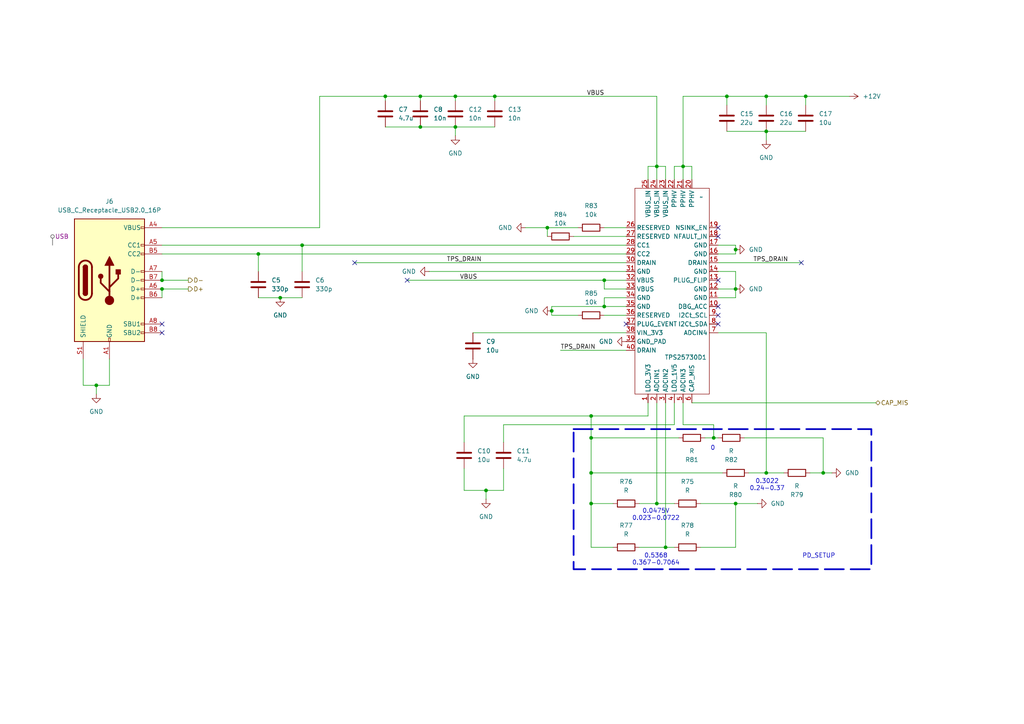
<source format=kicad_sch>
(kicad_sch (version 20250114) (generator "eeschema") (generator_version "9.0")
  (paper "A4")
  (title_block (title "6 digit nixie clock") (date "2025-04-11") (rev "0.1") (company "Tomas Kouba"))
  (lib_symbols
    (symbol "Connector:USB_C_Receptacle_USB2.0_16P" (pin_names (offset 1.016))
      (property "Reference" "J" (at 0 22.225 0))
      (property "Value" "USB_C_Receptacle_USB2.0_16P" (at 0 19.685 0))
      (symbol "USB_C_Receptacle_USB2.0_16P_0_0"
        (rectangle (start -0.254 -17.78) (end 0.254 -16.764))
        (rectangle (start 10.16 15.494) (end 9.144 14.986))
        (rectangle (start 10.16 10.414) (end 9.144 9.906))
        (rectangle (start 10.16 7.874) (end 9.144 7.366))
        (rectangle (start 10.16 2.794) (end 9.144 2.286))
        (rectangle (start 10.16 0.254) (end 9.144 -0.254))
        (rectangle (start 10.16 -2.286) (end 9.144 -2.794))
        (rectangle (start 10.16 -4.826) (end 9.144 -5.334))
        (rectangle (start 10.16 -12.446) (end 9.144 -12.954))
        (rectangle (start 10.16 -14.986) (end 9.144 -15.494))
      )
      (symbol "USB_C_Receptacle_USB2.0_16P_0_1"
        (rectangle (start -10.16 17.78) (end 10.16 -17.78) (stroke (width 0.254)) (fill (type background)))
        (polyline (pts (xy -8.89 -3.81) (xy -8.89 3.81)) (stroke (width 0.508)))
        (rectangle (start -7.62 -3.81) (end -6.35 3.81) (stroke (width 0.254)) (fill (type outline)))
        (arc (start -7.62 3.81) (mid -6.985 4.4423) (end -6.35 3.81) (stroke (width 0.254)))
        (arc (start -7.62 3.81) (mid -6.985 4.4423) (end -6.35 3.81) (stroke (width 0.254)) (fill (type outline)))
        (arc (start -8.89 3.81) (mid -6.985 5.7067) (end -5.08 3.81) (stroke (width 0.508)))
        (arc (start -5.08 -3.81) (mid -6.985 -5.7067) (end -8.89 -3.81) (stroke (width 0.508)))
        (arc (start -6.35 -3.81) (mid -6.985 -4.4423) (end -7.62 -3.81) (stroke (width 0.254)))
        (arc (start -6.35 -3.81) (mid -6.985 -4.4423) (end -7.62 -3.81) (stroke (width 0.254)) (fill (type outline)))
        (polyline (pts (xy -5.08 3.81) (xy -5.08 -3.81)) (stroke (width 0.508)))
        (circle (center -2.54 1.143) (radius 0.635) (stroke (width 0.254)) (fill (type outline)))
        (polyline (pts (xy -1.27 4.318) (xy 0 6.858) (xy 1.27 4.318) (xy -1.27 4.318)) (stroke (width 0.254)) (fill (type outline)))
        (polyline (pts (xy 0 -2.032) (xy 2.54 0.508) (xy 2.54 1.778)) (stroke (width 0.508)))
        (polyline (pts (xy 0 -3.302) (xy -2.54 -0.762) (xy -2.54 0.508)) (stroke (width 0.508)))
        (polyline (pts (xy 0 -5.842) (xy 0 4.318)) (stroke (width 0.508)))
        (circle (center 0 -5.842) (radius 1.27) (fill (type outline)))
        (rectangle (start 1.905 1.778) (end 3.175 3.048) (stroke (width 0.254)) (fill (type outline)))
      )
      (symbol "USB_C_Receptacle_USB2.0_16P_1_1"
        (pin passive line (at -7.62 -22.86 90) (length 5.08) (name "SHIELD") (number "S1"))
        (pin passive line (at 0 -22.86 90) (length 5.08) (name "GND") (number "A1"))
        (pin passive line (at 0 -22.86 90) (length 5.08) (hide yes) (name "GND") (number "A12"))
        (pin passive line (at 0 -22.86 90) (length 5.08) (hide yes) (name "GND") (number "B1"))
        (pin passive line (at 0 -22.86 90) (length 5.08) (hide yes) (name "GND") (number "B12"))
        (pin passive line (at 15.24 15.24 180) (length 5.08) (name "VBUS") (number "A4"))
        (pin passive line (at 15.24 15.24 180) (length 5.08) (hide yes) (name "VBUS") (number "A9"))
        (pin passive line (at 15.24 15.24 180) (length 5.08) (hide yes) (name "VBUS") (number "B4"))
        (pin passive line (at 15.24 15.24 180) (length 5.08) (hide yes) (name "VBUS") (number "B9"))
        (pin bidirectional line (at 15.24 10.16 180) (length 5.08) (name "CC1") (number "A5"))
        (pin bidirectional line (at 15.24 7.62 180) (length 5.08) (name "CC2") (number "B5"))
        (pin bidirectional line (at 15.24 2.54 180) (length 5.08) (name "D-") (number "A7"))
        (pin bidirectional line (at 15.24 0 180) (length 5.08) (name "D-") (number "B7"))
        (pin bidirectional line (at 15.24 -2.54 180) (length 5.08) (name "D+") (number "A6"))
        (pin bidirectional line (at 15.24 -5.08 180) (length 5.08) (name "D+") (number "B6"))
        (pin bidirectional line (at 15.24 -12.7 180) (length 5.08) (name "SBU1") (number "A8"))
        (pin bidirectional line (at 15.24 -15.24 180) (length 5.08) (name "SBU2") (number "B8"))
      )
    )
    (symbol "Device:C" (pin_numbers (hide yes)) (pin_names (offset 0.254))
      (property "Reference" "C" (at 0.635 2.54 0))
      (property "Value" "C" (at 0.635 -2.54 0))
      (symbol "C_0_1"
        (polyline (pts (xy -2.032 0.762) (xy 2.032 0.762)) (stroke (width 0.508)))
        (polyline (pts (xy -2.032 -0.762) (xy 2.032 -0.762)) (stroke (width 0.508)))
      )
      (symbol "C_1_1"
        (pin passive line (at 0 3.81 270) (length 2.794) (name "~") (number "1"))
        (pin passive line (at 0 -3.81 90) (length 2.794) (name "~") (number "2"))
      )
    )
    (symbol "Device:R" (pin_numbers (hide yes)) (pin_names (offset 0))
      (property "Reference" "R" (at 2.032 0 90))
      (property "Value" "R" (at 0 0 90))
      (symbol "R_0_1"
        (rectangle (start -1.016 -2.54) (end 1.016 2.54) (stroke (width 0.254)))
      )
      (symbol "R_1_1"
        (pin passive line (at 0 3.81 270) (length 1.27) (name "~") (number "1"))
        (pin passive line (at 0 -3.81 90) (length 1.27) (name "~") (number "2"))
      )
    )
    (symbol "power:+12V" (power) (pin_numbers (hide yes)) (pin_names (offset 0) (hide yes))
      (property "Value" "+12V" (at 0 3.556 0))
      (symbol "+12V_0_1"
        (polyline (pts (xy -0.762 1.27) (xy 0 2.54)))
        (polyline (pts (xy 0 2.54) (xy 0.762 1.27)))
        (polyline (pts (xy 0 0) (xy 0 2.54)))
      )
      (symbol "+12V_1_1"
        (pin power_in line (at 0 0 90) (length 0) (name "~") (number "1"))
      )
    )
    (symbol "power:GND" (power) (pin_numbers (hide yes)) (pin_names (offset 0) (hide yes))
      (property "Value" "GND" (at 0 -3.81 0))
      (symbol "GND_0_1"
        (polyline (pts (xy 0 0) (xy 0 -1.27) (xy 1.27 -1.27) (xy 0 -2.54) (xy -1.27 -1.27) (xy 0 -1.27)))
      )
      (symbol "GND_1_1"
        (pin power_in line (at 0 0 270) (length 0) (name "~") (number "1"))
      )
    )
    (symbol "tomas_lib:TPS25730D"
      (property "Reference" "TPS25730D1" (at -5.334 10.414 0))
      (property "Value" "~" (at 8.5441 26.67 0))
      (symbol "TPS25730D_0_1"
        (rectangle (start -10.16 29.21) (end 11.43 -30.48))
      )
      (symbol "TPS25730D_1_1"
        (pin output line (at -12.7 17.78 0) (length 2.54) (name "RESERVED") (number "26"))
        (pin output line (at -12.7 15.24 0) (length 2.54) (name "RESERVED") (number "27"))
        (pin input line (at -12.7 12.7 0) (length 2.54) (name "CC1") (number "28"))
        (pin input line (at -12.7 10.16 0) (length 2.54) (name "CC2") (number "29"))
        (pin input line (at -12.7 7.62 0) (length 2.54) (name "DRAIN") (number "30"))
        (pin input line (at -12.7 5.08 0) (length 2.54) (name "GND") (number "31"))
        (pin input line (at -12.7 2.54 0) (length 2.54) (name "VBUS") (number "32"))
        (pin input line (at -12.7 0 0) (length 2.54) (name "VBUS") (number "33"))
        (pin input line (at -12.7 -2.54 0) (length 2.54) (name "GND") (number "34"))
        (pin input line (at -12.7 -5.08 0) (length 2.54) (name "GND") (number "35"))
        (pin input line (at -12.7 -7.62 0) (length 2.54) (name "RESERVED") (number "36"))
        (pin input line (at -12.7 -10.16 0) (length 2.54) (name "PLUG_EVENT") (number "37"))
        (pin input line (at -12.7 -12.7 0) (length 2.54) (name "VIN_3V3") (number "38"))
        (pin input line (at -12.7 -15.24 0) (length 2.54) (name "GND_PAD") (number "39"))
        (pin input line (at -12.7 -17.78 0) (length 2.54) (name "DRAIN") (number "40"))
        (pin input line (at -6.35 31.75 270) (length 2.54) (name "VBUS_IN") (number "25"))
        (pin input line (at -6.35 -33.02 90) (length 2.54) (name "LDO_3V3") (number "1"))
        (pin input line (at -3.81 31.75 270) (length 2.54) (name "VBUS_IN") (number "24"))
        (pin input line (at -3.81 -33.02 90) (length 2.54) (name "ADCIN1") (number "2"))
        (pin input line (at -1.27 31.75 270) (length 2.54) (name "VBUS_IN") (number "23"))
        (pin input line (at -1.27 -33.02 90) (length 2.54) (name "ADCIN2") (number "3"))
        (pin input line (at 1.27 31.75 270) (length 2.54) (name "PPHV") (number "22"))
        (pin input line (at 1.27 -33.02 90) (length 2.54) (name "LDO_1V5") (number "4"))
        (pin input line (at 3.81 31.75 270) (length 2.54) (name "PPHV") (number "21"))
        (pin input line (at 3.81 -33.02 90) (length 2.54) (name "ADCIN3") (number "5"))
        (pin input line (at 6.35 31.75 270) (length 2.54) (name "PPHV") (number "20"))
        (pin input line (at 6.35 -33.02 90) (length 2.54) (name "CAP_MIS") (number "6"))
        (pin input line (at 13.97 17.78 180) (length 2.54) (name "NSINK_EN") (number "19"))
        (pin input line (at 13.97 15.24 180) (length 2.54) (name "NFAULT_IN") (number "18"))
        (pin input line (at 13.97 12.7 180) (length 2.54) (name "GND") (number "17"))
        (pin input line (at 13.97 10.16 180) (length 2.54) (name "GND") (number "16"))
        (pin input line (at 13.97 7.62 180) (length 2.54) (name "DRAIN") (number "15"))
        (pin input line (at 13.97 5.08 180) (length 2.54) (name "GND") (number "14"))
        (pin input line (at 13.97 2.54 180) (length 2.54) (name "PLUG_FLIP") (number "13"))
        (pin input line (at 13.97 0 180) (length 2.54) (name "GND") (number "12"))
        (pin input line (at 13.97 -2.54 180) (length 2.54) (name "GND") (number "11"))
        (pin input line (at 13.97 -5.08 180) (length 2.54) (name "DBG_ACC") (number "10"))
        (pin input line (at 13.97 -7.62 180) (length 2.54) (name "I2Ct_SCL") (number "9"))
        (pin input line (at 13.97 -10.16 180) (length 2.54) (name "I2Ct_SDA") (number "8"))
        (pin input line (at 13.97 -12.7 180) (length 2.54) (name "ADCIN4") (number "7"))
      )
    )
  )
  (rectangle (start 166.37 124.46) (end 252.73 165.1) (stroke (width 0.5) (type dash)))
  (text "PD_SETUP" (at 237.49 161.29 0) (effects (font (size 1.27 1.27))))
  (text "0" (at 206.756 130.048 0) (effects (font (size 1.27 1.27))))
  (text "0.5368\n0.367-0.7064" (at 190.246 162.306 0) (effects (font (size 1.27 1.27))))
  (text "0.3022\n0.24-0.37" (at 222.504 140.716 0) (effects (font (size 1.27 1.27))))
  (text "0.0475V\n0.023-0.0722" (at 190.246 149.352 0) (effects (font (size 1.27 1.27))))
  (junction (at 171.45 146.05))
  (junction (at 213.36 72.39))
  (junction (at 143.51 27.94))
  (junction (at 238.76 137.16))
  (junction (at 132.08 36.83))
  (junction (at 171.45 127))
  (junction (at 46.99 81.28))
  (junction (at 27.94 111.76))
  (junction (at 46.99 83.82))
  (junction (at 210.82 27.94))
  (junction (at 121.92 27.94))
  (junction (at 213.36 146.05))
  (junction (at 190.5 146.05))
  (junction (at 160.02 90.17))
  (junction (at 222.25 27.94))
  (junction (at 171.45 137.16))
  (junction (at 175.26 88.9))
  (junction (at 74.93 73.66))
  (junction (at 198.12 48.26))
  (junction (at 111.76 27.94))
  (junction (at 81.28 86.36))
  (junction (at 121.92 36.83))
  (junction (at 175.26 81.28))
  (junction (at 233.68 27.94))
  (junction (at 222.25 137.16))
  (junction (at 132.08 27.94))
  (junction (at 87.63 71.12))
  (junction (at 193.04 158.75))
  (junction (at 140.97 142.24))
  (junction (at 171.45 120.65))
  (junction (at 213.36 83.82))
  (junction (at 190.5 48.26))
  (junction (at 158.75 66.04))
  (junction (at 207.01 127))
  (junction (at 222.25 38.1))
  (no_connect (at 118.11 81.28))
  (no_connect (at 232.41 76.2))
  (no_connect (at 46.99 93.98))
  (no_connect (at 208.28 66.04))
  (no_connect (at 46.99 96.52))
  (no_connect (at 102.87 76.2))
  (no_connect (at 181.61 93.98))
  (no_connect (at 208.28 81.28))
  (no_connect (at 208.28 68.58))
  (no_connect (at 208.28 88.9))
  (no_connect (at 208.28 93.98))
  (no_connect (at 208.28 91.44))
  (wire (pts (xy 74.93 73.66) (xy 74.93 78.74)))
  (wire (pts (xy 190.5 48.26) (xy 187.96 48.26)))
  (wire (pts (xy 171.45 158.75) (xy 171.45 146.05)))
  (wire (pts (xy 140.97 142.24) (xy 146.05 142.24)))
  (wire (pts (xy 222.25 30.48) (xy 222.25 27.94)))
  (wire (pts (xy 185.42 146.05) (xy 190.5 146.05)))
  (wire (pts (xy 213.36 71.12) (xy 213.36 72.39)))
  (wire (pts (xy 208.28 86.36) (xy 213.36 86.36)))
  (wire (pts (xy 137.16 96.52) (xy 181.61 96.52)))
  (wire (pts (xy 190.5 116.84) (xy 190.5 146.05)))
  (wire (pts (xy 195.58 123.19) (xy 146.05 123.19)))
  (wire (pts (xy 92.71 27.94) (xy 111.76 27.94)))
  (wire (pts (xy 27.94 111.76) (xy 31.75 111.76)))
  (wire (pts (xy 134.62 142.24) (xy 140.97 142.24)))
  (wire (pts (xy 140.97 142.24) (xy 140.97 144.78)))
  (wire (pts (xy 134.62 135.89) (xy 134.62 142.24)))
  (wire (pts (xy 87.63 71.12) (xy 181.61 71.12)))
  (wire (pts (xy 175.26 66.04) (xy 181.61 66.04)))
  (wire (pts (xy 181.61 83.82) (xy 175.26 83.82)))
  (wire (pts (xy 162.56 101.6) (xy 181.61 101.6)))
  (wire (pts (xy 234.95 137.16) (xy 238.76 137.16)))
  (wire (pts (xy 31.75 104.14) (xy 31.75 111.76)))
  (wire (pts (xy 46.99 83.82) (xy 54.61 83.82)))
  (wire (pts (xy 193.04 158.75) (xy 195.58 158.75)))
  (wire (pts (xy 213.36 146.05) (xy 219.71 146.05)))
  (wire (pts (xy 233.68 27.94) (xy 246.38 27.94)))
  (wire (pts (xy 207.01 123.19) (xy 207.01 127)))
  (wire (pts (xy 217.17 137.16) (xy 222.25 137.16)))
  (wire (pts (xy 177.8 158.75) (xy 171.45 158.75)))
  (wire (pts (xy 213.36 158.75) (xy 213.36 146.05)))
  (wire (pts (xy 198.12 48.26) (xy 200.66 48.26)))
  (wire (pts (xy 198.12 123.19) (xy 207.01 123.19)))
  (wire (pts (xy 207.01 127) (xy 208.28 127)))
  (wire (pts (xy 198.12 48.26) (xy 198.12 27.94)))
  (wire (pts (xy 181.61 86.36) (xy 175.26 86.36)))
  (wire (pts (xy 171.45 127) (xy 171.45 120.65)))
  (wire (pts (xy 27.94 114.3) (xy 27.94 111.76)))
  (wire (pts (xy 46.99 71.12) (xy 87.63 71.12)))
  (wire (pts (xy 111.76 29.21) (xy 111.76 27.94)))
  (wire (pts (xy 121.92 36.83) (xy 132.08 36.83)))
  (wire (pts (xy 132.08 29.21) (xy 132.08 27.94)))
  (wire (pts (xy 74.93 86.36) (xy 81.28 86.36)))
  (wire (pts (xy 213.36 73.66) (xy 208.28 73.66)))
  (wire (pts (xy 208.28 76.2) (xy 232.41 76.2)))
  (wire (pts (xy 160.02 90.17) (xy 160.02 88.9)))
  (wire (pts (xy 158.75 68.58) (xy 158.75 66.04)))
  (wire (pts (xy 146.05 135.89) (xy 146.05 142.24)))
  (wire (pts (xy 118.11 81.28) (xy 175.26 81.28)))
  (wire (pts (xy 195.58 116.84) (xy 195.58 123.19)))
  (wire (pts (xy 215.9 127) (xy 238.76 127)))
  (wire (pts (xy 171.45 127) (xy 171.45 137.16)))
  (wire (pts (xy 200.66 116.84) (xy 254 116.84)))
  (wire (pts (xy 143.51 27.94) (xy 190.5 27.94)))
  (wire (pts (xy 134.62 120.65) (xy 171.45 120.65)))
  (wire (pts (xy 208.28 96.52) (xy 222.25 96.52)))
  (wire (pts (xy 187.96 48.26) (xy 187.96 52.07)))
  (wire (pts (xy 46.99 66.04) (xy 92.71 66.04)))
  (wire (pts (xy 132.08 36.83) (xy 143.51 36.83)))
  (wire (pts (xy 190.5 48.26) (xy 190.5 52.07)))
  (wire (pts (xy 238.76 137.16) (xy 241.3 137.16)))
  (wire (pts (xy 222.25 137.16) (xy 227.33 137.16)))
  (wire (pts (xy 121.92 29.21) (xy 121.92 27.94)))
  (wire (pts (xy 132.08 36.83) (xy 132.08 39.37)))
  (wire (pts (xy 24.13 111.76) (xy 27.94 111.76)))
  (wire (pts (xy 187.96 116.84) (xy 187.96 120.65)))
  (wire (pts (xy 222.25 27.94) (xy 233.68 27.94)))
  (wire (pts (xy 195.58 48.26) (xy 198.12 48.26)))
  (wire (pts (xy 198.12 27.94) (xy 210.82 27.94)))
  (wire (pts (xy 74.93 73.66) (xy 181.61 73.66)))
  (wire (pts (xy 238.76 127) (xy 238.76 137.16)))
  (wire (pts (xy 158.75 66.04) (xy 152.4 66.04)))
  (wire (pts (xy 233.68 30.48) (xy 233.68 27.94)))
  (wire (pts (xy 222.25 38.1) (xy 233.68 38.1)))
  (wire (pts (xy 143.51 29.21) (xy 143.51 27.94)))
  (wire (pts (xy 210.82 27.94) (xy 222.25 27.94)))
  (wire (pts (xy 166.37 68.58) (xy 181.61 68.58)))
  (wire (pts (xy 187.96 120.65) (xy 171.45 120.65)))
  (wire (pts (xy 208.28 71.12) (xy 213.36 71.12)))
  (wire (pts (xy 132.08 27.94) (xy 143.51 27.94)))
  (wire (pts (xy 208.28 83.82) (xy 213.36 83.82)))
  (wire (pts (xy 46.99 78.74) (xy 46.99 81.28)))
  (wire (pts (xy 222.25 38.1) (xy 222.25 40.64)))
  (wire (pts (xy 146.05 123.19) (xy 146.05 128.27)))
  (wire (pts (xy 160.02 91.44) (xy 160.02 90.17)))
  (wire (pts (xy 46.99 73.66) (xy 74.93 73.66)))
  (wire (pts (xy 193.04 48.26) (xy 190.5 48.26)))
  (wire (pts (xy 175.26 83.82) (xy 175.26 81.28)))
  (wire (pts (xy 167.64 91.44) (xy 160.02 91.44)))
  (wire (pts (xy 158.75 66.04) (xy 167.64 66.04)))
  (wire (pts (xy 111.76 36.83) (xy 121.92 36.83)))
  (wire (pts (xy 203.2 158.75) (xy 213.36 158.75)))
  (wire (pts (xy 213.36 72.39) (xy 213.36 73.66)))
  (wire (pts (xy 160.02 88.9) (xy 175.26 88.9)))
  (wire (pts (xy 175.26 91.44) (xy 181.61 91.44)))
  (wire (pts (xy 54.61 81.28) (xy 46.99 81.28)))
  (wire (pts (xy 111.76 27.94) (xy 121.92 27.94)))
  (wire (pts (xy 198.12 48.26) (xy 198.12 52.07)))
  (wire (pts (xy 210.82 38.1) (xy 222.25 38.1)))
  (wire (pts (xy 204.47 127) (xy 207.01 127)))
  (wire (pts (xy 213.36 86.36) (xy 213.36 83.82)))
  (wire (pts (xy 81.28 86.36) (xy 87.63 86.36)))
  (wire (pts (xy 171.45 137.16) (xy 171.45 146.05)))
  (wire (pts (xy 190.5 146.05) (xy 195.58 146.05)))
  (wire (pts (xy 195.58 52.07) (xy 195.58 48.26)))
  (wire (pts (xy 198.12 116.84) (xy 198.12 123.19)))
  (wire (pts (xy 46.99 83.82) (xy 46.99 86.36)))
  (wire (pts (xy 210.82 30.48) (xy 210.82 27.94)))
  (wire (pts (xy 121.92 27.94) (xy 132.08 27.94)))
  (wire (pts (xy 193.04 52.07) (xy 193.04 48.26)))
  (wire (pts (xy 203.2 146.05) (xy 213.36 146.05)))
  (wire (pts (xy 87.63 71.12) (xy 87.63 78.74)))
  (wire (pts (xy 171.45 127) (xy 196.85 127)))
  (wire (pts (xy 213.36 83.82) (xy 213.36 78.74)))
  (wire (pts (xy 134.62 128.27) (xy 134.62 120.65)))
  (wire (pts (xy 222.25 96.52) (xy 222.25 137.16)))
  (wire (pts (xy 200.66 48.26) (xy 200.66 52.07)))
  (wire (pts (xy 92.71 66.04) (xy 92.71 27.94)))
  (wire (pts (xy 171.45 137.16) (xy 209.55 137.16)))
  (wire (pts (xy 175.26 81.28) (xy 181.61 81.28)))
  (wire (pts (xy 175.26 88.9) (xy 181.61 88.9)))
  (wire (pts (xy 190.5 48.26) (xy 190.5 27.94)))
  (wire (pts (xy 24.13 104.14) (xy 24.13 111.76)))
  (wire (pts (xy 171.45 146.05) (xy 177.8 146.05)))
  (wire (pts (xy 213.36 78.74) (xy 208.28 78.74)))
  (wire (pts (xy 124.46 78.74) (xy 181.61 78.74)))
  (wire (pts (xy 102.87 76.2) (xy 181.61 76.2)))
  (wire (pts (xy 175.26 86.36) (xy 175.26 88.9)))
  (wire (pts (xy 185.42 158.75) (xy 193.04 158.75)))
  (wire (pts (xy 193.04 116.84) (xy 193.04 158.75)))
  (label "TPS_DRAIN" (at 218.44 76.2 0))
  (label "TPS_DRAIN" (at 129.54 76.2 0))
  (label "VBUS" (at 133.35 81.28 0))
  (label "TPS_DRAIN" (at 162.56 101.6 0))
  (label "VBUS" (at 170.18 27.94 0))
  (hierarchical_label "D-" (shape output) (at 54.61 81.28 0))
  (hierarchical_label "D+" (shape output) (at 54.61 83.82 0))
  (hierarchical_label "CAP_MIS" (shape bidirectional) (at 254 116.84 0))
  (netclass_flag "" (length 2.54) (shape round) (at 15.24 71.12 0) (property "Netclass" "USB" (at 15.9385 68.58 0) (effects (justify left))))
  (symbol (lib_id "Device:C") (at 143.51 33.02 0) (unit 1)
    (property "Reference" "C13" (at 147.32 31.7499 0) (effects (justify left)))
    (property "Value" "10n" (at 147.32 34.2899 0) (effects (justify left)))
    (property "Footprint" "Capacitor_SMD:C_0805_2012Metric" (effects (hide yes)))
    (property "Description" "Unpolarized capacitor" (effects (hide yes)))
  )
  (symbol (lib_id "power:GND") (at 181.61 99.06 270) (unit 1)
    (property "Reference" "#PWR061" (effects (hide yes)))
    (property "Value" "GND" (at 177.8 99.0599 90) (effects (justify right)))
    (property "Description" "Power symbol creates a global label with name \"GND\" , ground" (effects (hide yes)))
  )
  (symbol (lib_id "Device:C") (at 121.92 33.02 0) (unit 1)
    (property "Reference" "C8" (at 125.73 31.7499 0) (effects (justify left)))
    (property "Value" "10n" (at 125.73 34.2899 0) (effects (justify left)))
    (property "Footprint" "Capacitor_SMD:C_0805_2012Metric" (effects (hide yes)))
    (property "Description" "Unpolarized capacitor" (effects (hide yes)))
  )
  (symbol (lib_id "Device:R") (at 199.39 146.05 90) (unit 1)
    (property "Reference" "R75" (at 199.39 139.7 90))
    (property "Value" "R" (at 199.39 142.24 90))
    (property "Footprint" "Resistor_SMD:R_0805_2012Metric" (effects (hide yes)))
    (property "Description" "Resistor" (effects (hide yes)))
  )
  (symbol (lib_id "power:GND") (at 124.46 78.74 270) (unit 1)
    (property "Reference" "#PWR039" (effects (hide yes)))
    (property "Value" "GND" (at 120.65 78.7399 90) (effects (justify right)))
    (property "Description" "Power symbol creates a global label with name \"GND\" , ground" (effects (hide yes)))
  )
  (symbol (lib_id "power:GND") (at 137.16 104.14 0) (unit 1)
    (property "Reference" "#PWR041" (effects (hide yes)))
    (property "Value" "GND" (at 137.16 109.22 0))
    (property "Description" "Power symbol creates a global label with name \"GND\" , ground" (effects (hide yes)))
  )
  (symbol (lib_id "Device:R") (at 181.61 146.05 90) (unit 1)
    (property "Reference" "R76" (at 181.61 139.7 90))
    (property "Value" "R" (at 181.61 142.24 90))
    (property "Footprint" "Resistor_SMD:R_0805_2012Metric" (effects (hide yes)))
    (property "Description" "Resistor" (effects (hide yes)))
  )
  (symbol (lib_id "power:GND") (at 160.02 90.17 270) (unit 1)
    (property "Reference" "#PWR040" (effects (hide yes)))
    (property "Value" "GND" (at 156.21 90.1699 90) (effects (justify right)))
    (property "Description" "Power symbol creates a global label with name \"GND\" , ground" (effects (hide yes)))
  )
  (symbol (lib_id "power:GND") (at 219.71 146.05 90) (unit 1)
    (property "Reference" "#PWR044" (effects (hide yes)))
    (property "Value" "GND" (at 223.52 146.0499 90) (effects (justify right)))
    (property "Description" "Power symbol creates a global label with name \"GND\" , ground" (effects (hide yes)))
  )
  (symbol (lib_id "power:GND") (at 81.28 86.36 0) (unit 1)
    (property "Reference" "#PWR038" (effects (hide yes)))
    (property "Value" "GND" (at 81.28 91.44 0))
    (property "Description" "Power symbol creates a global label with name \"GND\" , ground" (effects (hide yes)))
  )
  (symbol (lib_id "Device:C") (at 210.82 34.29 0) (unit 1)
    (property "Reference" "C15" (at 214.63 33.0199 0) (effects (justify left)))
    (property "Value" "22u" (at 214.63 35.5599 0) (effects (justify left)))
    (property "Footprint" "Capacitor_SMD:C_0805_2012Metric" (effects (hide yes)))
    (property "Description" "Unpolarized capacitor" (effects (hide yes)))
  )
  (symbol (lib_id "power:GND") (at 213.36 83.82 90) (unit 1)
    (property "Reference" "#PWR043" (effects (hide yes)))
    (property "Value" "GND" (at 217.17 83.8199 90) (effects (justify right)))
    (property "Description" "Power symbol creates a global label with name \"GND\" , ground" (effects (hide yes)))
  )
  (symbol (lib_id "Connector:USB_C_Receptacle_USB2.0_16P") (at 31.75 81.28 0) (unit 1)
    (property "Reference" "J6" (at 31.75 58.42 0))
    (property "Value" "USB_C_Receptacle_USB2.0_16P" (at 31.75 60.96 0))
    (property "Footprint" "tomas_lib:Conn_USB_C_Socket_Molex_2171790001" (effects (hide yes)))
    (property "Datasheet" "https://www.usb.org/sites/default/files/documents/usb_type-c.zip" (effects (hide yes)))
    (property "Description" "USB 2.0-only 16P Type-C Receptacle connector" (effects (hide yes)))
  )
  (symbol (lib_id "Device:C") (at 233.68 34.29 0) (unit 1)
    (property "Reference" "C17" (at 237.49 33.0199 0) (effects (justify left)))
    (property "Value" "10u" (at 237.49 35.5599 0) (effects (justify left)))
    (property "Footprint" "Capacitor_SMD:C_0805_2012Metric" (effects (hide yes)))
    (property "Description" "Unpolarized capacitor" (effects (hide yes)))
  )
  (symbol (lib_id "power:GND") (at 140.97 144.78 0) (unit 1)
    (property "Reference" "#PWR045" (effects (hide yes)))
    (property "Value" "GND" (at 140.97 149.86 0))
    (property "Description" "Power symbol creates a global label with name \"GND\" , ground" (effects (hide yes)))
  )
  (symbol (lib_id "Device:C") (at 137.16 100.33 180) (unit 1)
    (property "Reference" "C9" (at 140.97 99.0599 0) (effects (justify right)))
    (property "Value" "10u" (at 140.97 101.5999 0) (effects (justify right)))
    (property "Footprint" "Capacitor_SMD:C_0805_2012Metric" (effects (hide yes)))
    (property "Description" "Unpolarized capacitor" (effects (hide yes)))
  )
  (symbol (lib_id "power:GND") (at 213.36 72.39 90) (unit 1)
    (property "Reference" "#PWR042" (effects (hide yes)))
    (property "Value" "GND" (at 217.17 72.3899 90) (effects (justify right)))
    (property "Description" "Power symbol creates a global label with name \"GND\" , ground" (effects (hide yes)))
  )
  (symbol (lib_id "power:GND") (at 132.08 39.37 0) (unit 1)
    (property "Reference" "#PWR048" (effects (hide yes)))
    (property "Value" "GND" (at 132.08 44.45 0))
    (property "Description" "Power symbol creates a global label with name \"GND\" , ground" (effects (hide yes)))
  )
  (symbol (lib_id "Device:C") (at 222.25 34.29 0) (unit 1)
    (property "Reference" "C16" (at 226.06 33.0199 0) (effects (justify left)))
    (property "Value" "22u" (at 226.06 35.5599 0) (effects (justify left)))
    (property "Footprint" "Capacitor_SMD:C_0805_2012Metric" (effects (hide yes)))
    (property "Description" "Unpolarized capacitor" (effects (hide yes)))
  )
  (symbol (lib_id "Device:R") (at 200.66 127 270) (unit 1)
    (property "Reference" "R81" (at 200.66 133.35 90))
    (property "Value" "R" (at 200.66 130.81 90))
    (property "Footprint" "Resistor_SMD:R_0805_2012Metric" (effects (hide yes)))
    (property "Description" "Resistor" (effects (hide yes)))
  )
  (symbol (lib_id "Device:R") (at 171.45 91.44 90) (unit 1)
    (property "Reference" "R85" (at 171.45 85.09 90))
    (property "Value" "10k" (at 171.45 87.63 90))
    (property "Footprint" "Resistor_SMD:R_0805_2012Metric" (effects (hide yes)))
    (property "Description" "Resistor" (effects (hide yes)))
  )
  (symbol (lib_id "Device:R") (at 199.39 158.75 90) (unit 1)
    (property "Reference" "R78" (at 199.39 152.4 90))
    (property "Value" "R" (at 199.39 154.94 90))
    (property "Footprint" "Resistor_SMD:R_0805_2012Metric" (effects (hide yes)))
    (property "Description" "Resistor" (effects (hide yes)))
  )
  (symbol (lib_id "power:GND") (at 152.4 66.04 270) (unit 1)
    (property "Reference" "#PWR047" (effects (hide yes)))
    (property "Value" "GND" (at 148.59 66.0399 90) (effects (justify right)))
    (property "Description" "Power symbol creates a global label with name \"GND\" , ground" (effects (hide yes)))
  )
  (symbol (lib_id "Device:R") (at 213.36 137.16 270) (unit 1)
    (property "Reference" "R80" (at 213.36 143.51 90))
    (property "Value" "R" (at 213.36 140.97 90))
    (property "Footprint" "Resistor_SMD:R_0805_2012Metric" (effects (hide yes)))
    (property "Description" "Resistor" (effects (hide yes)))
  )
  (symbol (lib_id "Device:R") (at 231.14 137.16 270) (unit 1)
    (property "Reference" "R79" (at 231.14 143.51 90))
    (property "Value" "R" (at 231.14 140.97 90))
    (property "Footprint" "Resistor_SMD:R_0805_2012Metric" (effects (hide yes)))
    (property "Description" "Resistor" (effects (hide yes)))
  )
  (symbol (lib_id "power:GND") (at 27.94 114.3 0) (unit 1)
    (property "Reference" "#PWR051" (effects (hide yes)))
    (property "Value" "GND" (at 27.94 119.38 0))
    (property "Description" "Power symbol creates a global label with name \"GND\" , ground" (effects (hide yes)))
  )
  (symbol (lib_id "Device:R") (at 212.09 127 270) (unit 1)
    (property "Reference" "R82" (at 212.09 133.35 90))
    (property "Value" "R" (at 212.09 130.81 90))
    (property "Footprint" "Resistor_SMD:R_0805_2012Metric" (effects (hide yes)))
    (property "Description" "Resistor" (effects (hide yes)))
  )
  (symbol (lib_id "power:GND") (at 241.3 137.16 90) (unit 1)
    (property "Reference" "#PWR046" (effects (hide yes)))
    (property "Value" "GND" (at 245.11 137.1599 90) (effects (justify right)))
    (property "Description" "Power symbol creates a global label with name \"GND\" , ground" (effects (hide yes)))
  )
  (symbol (lib_id "Device:C") (at 87.63 82.55 0) (unit 1)
    (property "Reference" "C6" (at 91.44 81.2799 0) (effects (justify left)))
    (property "Value" "330p" (at 91.44 83.8199 0) (effects (justify left)))
    (property "Footprint" "Capacitor_SMD:C_0603_1608Metric" (effects (hide yes)))
    (property "Description" "Unpolarized capacitor" (effects (hide yes)))
  )
  (symbol (lib_id "Device:C") (at 132.08 33.02 0) (unit 1)
    (property "Reference" "C12" (at 135.89 31.7499 0) (effects (justify left)))
    (property "Value" "10n" (at 135.89 34.2899 0) (effects (justify left)))
    (property "Footprint" "Capacitor_SMD:C_0805_2012Metric" (effects (hide yes)))
    (property "Description" "Unpolarized capacitor" (effects (hide yes)))
  )
  (symbol (lib_id "Device:R") (at 171.45 66.04 90) (unit 1)
    (property "Reference" "R83" (at 171.45 59.69 90))
    (property "Value" "10k" (at 171.45 62.23 90))
    (property "Footprint" "Resistor_SMD:R_0805_2012Metric" (effects (hide yes)))
    (property "Description" "Resistor" (effects (hide yes)))
  )
  (symbol (lib_id "Device:C") (at 111.76 33.02 0) (unit 1)
    (property "Reference" "C7" (at 115.57 31.7499 0) (effects (justify left)))
    (property "Value" "4.7u" (at 115.57 34.2899 0) (effects (justify left)))
    (property "Footprint" "Capacitor_SMD:C_0805_2012Metric" (effects (hide yes)))
    (property "Description" "Unpolarized capacitor" (effects (hide yes)))
  )
  (symbol (lib_id "Device:R") (at 162.56 68.58 90) (unit 1)
    (property "Reference" "R84" (at 162.56 62.23 90))
    (property "Value" "10k" (at 162.56 64.77 90))
    (property "Footprint" "Resistor_SMD:R_0805_2012Metric" (effects (hide yes)))
    (property "Description" "Resistor" (effects (hide yes)))
  )
  (symbol (lib_id "power:+12V") (at 246.38 27.94 270) (unit 1)
    (property "Reference" "#PWR09" (effects (hide yes)))
    (property "Value" "+12V" (at 250.19 27.9399 90) (effects (justify left)))
    (property "Description" "Power symbol creates a global label with name \"+12V\"" (effects (hide yes)))
  )
  (symbol (lib_id "Device:C") (at 74.93 82.55 0) (unit 1)
    (property "Reference" "C5" (at 78.74 81.2799 0) (effects (justify left)))
    (property "Value" "330p" (at 78.74 83.8199 0) (effects (justify left)))
    (property "Footprint" "Capacitor_SMD:C_0603_1608Metric" (effects (hide yes)))
    (property "Description" "Unpolarized capacitor" (effects (hide yes)))
  )
  (symbol (lib_id "power:GND") (at 222.25 40.64 0) (unit 1)
    (property "Reference" "#PWR049" (effects (hide yes)))
    (property "Value" "GND" (at 222.25 45.72 0))
    (property "Description" "Power symbol creates a global label with name \"GND\" , ground" (effects (hide yes)))
  )
  (symbol (lib_id "tomas_lib:TPS25730D") (at 194.31 83.82 0) (unit 1)
    (property "Reference" "TPS25730D1" (at 192.786 103.632 0) (effects (justify left)))
    (property "Value" "~" (at 202.8541 57.15 0) (effects (justify left)))
    (property "Footprint" "tomas_lib:IC_TPS25730D" (effects (hide yes)))
  )
  (symbol (lib_id "Device:R") (at 181.61 158.75 90) (unit 1)
    (property "Reference" "R77" (at 181.61 152.4 90))
    (property "Value" "R" (at 181.61 154.94 90))
    (property "Footprint" "Resistor_SMD:R_0805_2012Metric" (effects (hide yes)))
    (property "Description" "Resistor" (effects (hide yes)))
  )
  (symbol (lib_id "Device:C") (at 134.62 132.08 0) (unit 1)
    (property "Reference" "C10" (at 138.43 130.8099 0) (effects (justify left)))
    (property "Value" "10u" (at 138.43 133.3499 0) (effects (justify left)))
    (property "Footprint" "Capacitor_SMD:C_0805_2012Metric" (effects (hide yes)))
    (property "Description" "Unpolarized capacitor" (effects (hide yes)))
  )
  (symbol (lib_id "Device:C") (at 146.05 132.08 0) (unit 1)
    (property "Reference" "C11" (at 149.86 130.8099 0) (effects (justify left)))
    (property "Value" "4.7u" (at 149.86 133.3499 0) (effects (justify left)))
    (property "Footprint" "Capacitor_SMD:C_0805_2012Metric" (effects (hide yes)))
    (property "Description" "Unpolarized capacitor" (effects (hide yes)))
  )
)
</source>
